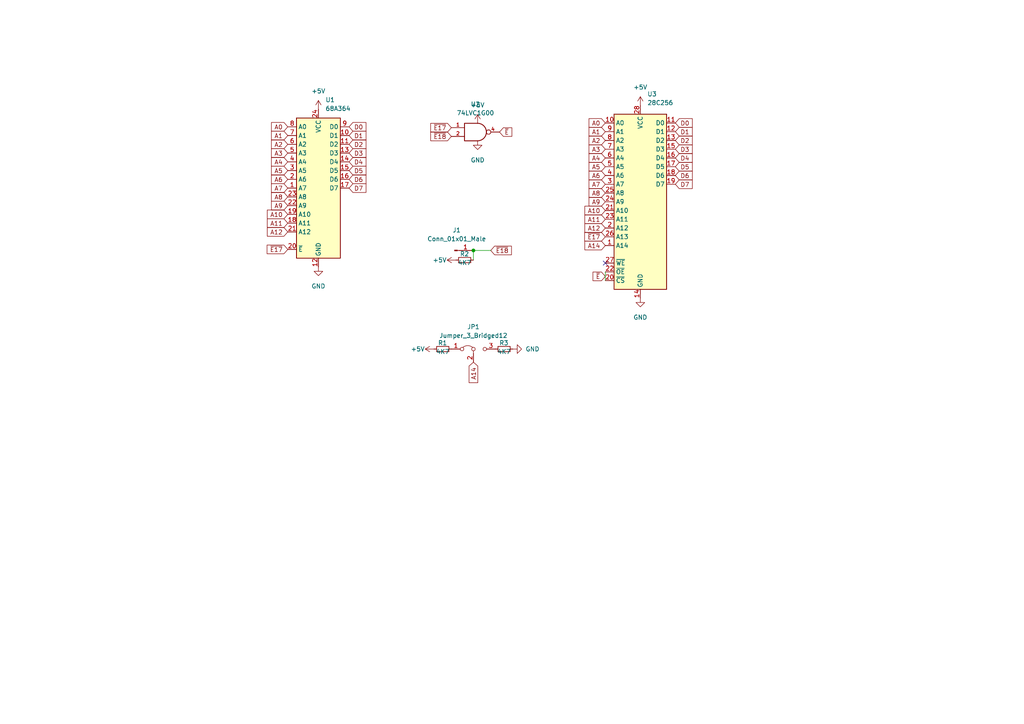
<source format=kicad_sch>
(kicad_sch (version 20211123) (generator eeschema)
  (paper "A4")
  (lib_symbols
    (symbol "74xGxx:74LVC1G00" (pin_names (offset 1.016))
      (property "Reference" "U" (at -2.54 3.81 0))
      (property "Value" "74LVC1G00" (at 0 -3.81 0))
      (symbol "74LVC1G00_0_1"
        (arc (start 0 -2.54) (mid 2.54 0) (end 0 2.54) (stroke (width 0.254)))
        (polyline (pts (xy 0 -2.54) (xy -3.81 -2.54) (xy -3.81 2.54) (xy 0 2.54)) (stroke (width 0.254)))
      )
      (symbol "74LVC1G00_1_1"
        (pin input line (at -7.62 1.27 0) (length 3.81) (name "~") (number "1"))
        (pin input line (at -7.62 -1.27 0) (length 3.81) (name "~") (number "2"))
        (pin power_in line (at 0 -2.54 270) (length 0) hide (name "GND") (number "3"))
        (pin output inverted (at 6.35 0 180) (length 3.81) (name "~") (number "4"))
        (pin power_in line (at 0 2.54 90) (length 0) hide (name "VCC") (number "5"))
      )
    )
    (symbol "Connector:Conn_01x01_Male" (pin_names (offset 1.016) hide)
      (property "Reference" "J" (at 0 2.54 0))
      (property "Value" "Conn_01x01_Male" (at 0 -2.54 0))
      (symbol "Conn_01x01_Male_1_1"
        (polyline (pts (xy 1.27 0) (xy 0.8636 0)) (stroke (width 0.1524)))
        (rectangle (start 0.8636 0.127) (end 0 -0.127) (stroke (width 0.1524)) (fill (type outline)))
        (pin passive line (at 5.08 0 180) (length 3.81) (name "Pin_1") (number "1"))
      )
    )
    (symbol "Device:R_Small" (pin_numbers hide) (pin_names (offset 0.254) hide)
      (property "Reference" "R" (at 0.762 0.508 0))
      (property "Value" "R_Small" (at 0.762 -1.016 0))
      (symbol "R_Small_0_1"
        (rectangle (start -0.762 1.778) (end 0.762 -1.778) (stroke (width 0.2032)))
      )
      (symbol "R_Small_1_1"
        (pin passive line (at 0 2.54 270) (length 0.762) (name "~") (number "1"))
        (pin passive line (at 0 -2.54 90) (length 0.762) (name "~") (number "2"))
      )
    )
    (symbol "Jumper:Jumper_3_Bridged12" (pin_names (offset 0) hide)
      (property "Reference" "JP" (at -2.54 -2.54 0))
      (property "Value" "Jumper_3_Bridged12" (at 0 2.794 0))
      (symbol "Jumper_3_Bridged12_0_0"
        (circle (center -3.302 0) (radius 0.508))
        (circle (center 0 0) (radius 0.508))
        (circle (center 3.302 0) (radius 0.508))
      )
      (symbol "Jumper_3_Bridged12_0_1"
        (arc (start -0.254 0.508) (mid -1.651 0.9912) (end -3.048 0.508))
        (polyline (pts (xy 0 -1.27) (xy 0 -0.508)))
      )
      (symbol "Jumper_3_Bridged12_1_1"
        (pin passive line (at -6.35 0 0) (length 2.54) (name "A") (number "1"))
        (pin input line (at 0 -3.81 90) (length 2.54) (name "C") (number "2"))
        (pin passive line (at 6.35 0 180) (length 2.54) (name "B") (number "3"))
      )
    )
    (symbol "Memory_Dragon:68A364"
      (property "Reference" "U" (at 0 1.27 0))
      (property "Value" "68A364" (at 0 -1.27 0))
      (symbol "68A364_0_1"
        (rectangle (start -6.35 20.32) (end 6.35 -20.32) (stroke (width 0.254)) (fill (type background)))
      )
      (symbol "68A364_1_1"
        (pin input line (at -8.89 0 0) (length 2.54) (name "A7") (number "1"))
        (pin tri_state line (at 8.89 15.24 180) (length 2.54) (name "D1") (number "10"))
        (pin tri_state line (at 8.89 12.7 180) (length 2.54) (name "D2") (number "11"))
        (pin power_in line (at 0 -22.86 90) (length 2.54) (name "GND") (number "12"))
        (pin tri_state line (at 8.89 10.16 180) (length 2.54) (name "D3") (number "13"))
        (pin tri_state line (at 8.89 7.62 180) (length 2.54) (name "D4") (number "14"))
        (pin tri_state line (at 8.89 5.08 180) (length 2.54) (name "D5") (number "15"))
        (pin tri_state line (at 8.89 2.54 180) (length 2.54) (name "D6") (number "16"))
        (pin tri_state line (at 8.89 0 180) (length 2.54) (name "D7") (number "17"))
        (pin input line (at -8.89 -10.16 0) (length 2.54) (name "A11") (number "18"))
        (pin input line (at -8.89 -7.62 0) (length 2.54) (name "A10") (number "19"))
        (pin input line (at -8.89 2.54 0) (length 2.54) (name "A6") (number "2"))
        (pin input line (at -8.89 -17.78 0) (length 2.54) (name "~{E}") (number "20"))
        (pin input line (at -8.89 -12.7 0) (length 2.54) (name "A12") (number "21"))
        (pin input line (at -8.89 -5.08 0) (length 2.54) (name "A9") (number "22"))
        (pin input line (at -8.89 -2.54 0) (length 2.54) (name "A8") (number "23"))
        (pin power_in line (at 0 22.86 270) (length 2.54) (name "VCC") (number "24"))
        (pin input line (at -8.89 5.08 0) (length 2.54) (name "A5") (number "3"))
        (pin input line (at -8.89 7.62 0) (length 2.54) (name "A4") (number "4"))
        (pin input line (at -8.89 10.16 0) (length 2.54) (name "A3") (number "5"))
        (pin input line (at -8.89 12.7 0) (length 2.54) (name "A2") (number "6"))
        (pin input line (at -8.89 15.24 0) (length 2.54) (name "A1") (number "7"))
        (pin input line (at -8.89 17.78 0) (length 2.54) (name "A0") (number "8"))
        (pin tri_state line (at 8.89 17.78 180) (length 2.54) (name "D0") (number "9"))
      )
    )
    (symbol "Memory_EEPROM:28C256"
      (property "Reference" "U" (at -7.62 26.67 0))
      (property "Value" "28C256" (at 2.54 -26.67 0))
      (symbol "28C256_1_1"
        (rectangle (start -7.62 25.4) (end 7.62 -25.4) (stroke (width 0.254)) (fill (type background)))
        (pin input line (at -10.16 -12.7 0) (length 2.54) (name "A14") (number "1"))
        (pin input line (at -10.16 22.86 0) (length 2.54) (name "A0") (number "10"))
        (pin tri_state line (at 10.16 22.86 180) (length 2.54) (name "D0") (number "11"))
        (pin tri_state line (at 10.16 20.32 180) (length 2.54) (name "D1") (number "12"))
        (pin tri_state line (at 10.16 17.78 180) (length 2.54) (name "D2") (number "13"))
        (pin power_in line (at 0 -27.94 90) (length 2.54) (name "GND") (number "14"))
        (pin tri_state line (at 10.16 15.24 180) (length 2.54) (name "D3") (number "15"))
        (pin tri_state line (at 10.16 12.7 180) (length 2.54) (name "D4") (number "16"))
        (pin tri_state line (at 10.16 10.16 180) (length 2.54) (name "D5") (number "17"))
        (pin tri_state line (at 10.16 7.62 180) (length 2.54) (name "D6") (number "18"))
        (pin tri_state line (at 10.16 5.08 180) (length 2.54) (name "D7") (number "19"))
        (pin input line (at -10.16 -7.62 0) (length 2.54) (name "A12") (number "2"))
        (pin input line (at -10.16 -22.86 0) (length 2.54) (name "~{CS}") (number "20"))
        (pin input line (at -10.16 -2.54 0) (length 2.54) (name "A10") (number "21"))
        (pin input line (at -10.16 -20.32 0) (length 2.54) (name "~{OE}") (number "22"))
        (pin input line (at -10.16 -5.08 0) (length 2.54) (name "A11") (number "23"))
        (pin input line (at -10.16 0 0) (length 2.54) (name "A9") (number "24"))
        (pin input line (at -10.16 2.54 0) (length 2.54) (name "A8") (number "25"))
        (pin input line (at -10.16 -10.16 0) (length 2.54) (name "A13") (number "26"))
        (pin input line (at -10.16 -17.78 0) (length 2.54) (name "~{WE}") (number "27"))
        (pin power_in line (at 0 27.94 270) (length 2.54) (name "VCC") (number "28"))
        (pin input line (at -10.16 5.08 0) (length 2.54) (name "A7") (number "3"))
        (pin input line (at -10.16 7.62 0) (length 2.54) (name "A6") (number "4"))
        (pin input line (at -10.16 10.16 0) (length 2.54) (name "A5") (number "5"))
        (pin input line (at -10.16 12.7 0) (length 2.54) (name "A4") (number "6"))
        (pin input line (at -10.16 15.24 0) (length 2.54) (name "A3") (number "7"))
        (pin input line (at -10.16 17.78 0) (length 2.54) (name "A2") (number "8"))
        (pin input line (at -10.16 20.32 0) (length 2.54) (name "A1") (number "9"))
      )
    )
    (symbol "power:+5V" (power) (pin_names (offset 0))
      (property "Value" "+5V" (at 0 3.556 0))
      (symbol "+5V_0_1"
        (polyline (pts (xy -0.762 1.27) (xy 0 2.54)))
        (polyline (pts (xy 0 0) (xy 0 2.54)))
        (polyline (pts (xy 0 2.54) (xy 0.762 1.27)))
      )
      (symbol "+5V_1_1"
        (pin power_in line (at 0 0 90) (length 0) hide (name "+5V") (number "1"))
      )
    )
    (symbol "power:GND" (power) (pin_names (offset 0))
      (property "Value" "GND" (at 0 -3.81 0))
      (symbol "GND_0_1"
        (polyline (pts (xy 0 0) (xy 0 -1.27) (xy 1.27 -1.27) (xy 0 -2.54) (xy -1.27 -1.27) (xy 0 -1.27)))
      )
      (symbol "GND_1_1"
        (pin power_in line (at 0 0 270) (length 0) hide (name "GND") (number "1"))
      )
    )
  )
  (junction (at 137.3124 72.644))
  (no_connect (at 175.5648 76.3016))
  (wire (pts (xy 136.906 72.644) (xy 137.3124 72.644)))
  (wire (pts (xy 175.5648 78.8416) (xy 175.5648 81.3816)))
  (wire (pts (xy 137.3124 75.438) (xy 137.3124 72.644)))
  (wire (pts (xy 137.3124 72.644) (xy 142.3416 72.644)))
  (global_label "D3" (shape input) (at 101.2444 44.3992 0) (property "Intersheet References" "${INTERSHEET_REFS}" (effects hide)))
  (global_label "A9" (shape input) (at 83.4644 59.6392 180) (property "Intersheet References" "${INTERSHEET_REFS}" (effects hide)))
  (global_label "A6" (shape input) (at 83.4644 52.0192 180) (property "Intersheet References" "${INTERSHEET_REFS}" (effects hide)))
  (global_label "A2" (shape input) (at 83.4644 41.8592 180) (property "Intersheet References" "${INTERSHEET_REFS}" (effects hide)))
  (global_label "D1" (shape input) (at 195.8848 38.2016 0) (property "Intersheet References" "${INTERSHEET_REFS}" (effects hide)))
  (global_label "A12" (shape input) (at 83.4644 67.2592 180) (property "Intersheet References" "${INTERSHEET_REFS}" (effects hide)))
  (global_label "A14" (shape input) (at 137.3124 105.0544 270) (property "Intersheet References" "${INTERSHEET_REFS}" (effects hide)))
  (global_label "A3" (shape input) (at 83.4644 44.3992 180) (property "Intersheet References" "${INTERSHEET_REFS}" (effects hide)))
  (global_label "D6" (shape input) (at 195.8848 50.9016 0) (property "Intersheet References" "${INTERSHEET_REFS}" (effects hide)))
  (global_label "D4" (shape input) (at 195.8848 45.8216 0) (property "Intersheet References" "${INTERSHEET_REFS}" (effects hide)))
  (global_label "~{E}" (shape input) (at 144.8816 38.3032 0) (property "Intersheet References" "${INTERSHEET_REFS}" (effects hide)))
  (global_label "A8" (shape input) (at 175.5648 55.9816 180) (property "Intersheet References" "${INTERSHEET_REFS}" (effects hide)))
  (global_label "D4" (shape input) (at 101.2444 46.9392 0) (property "Intersheet References" "${INTERSHEET_REFS}" (effects hide)))
  (global_label "A7" (shape input) (at 175.5648 53.4416 180) (property "Intersheet References" "${INTERSHEET_REFS}" (effects hide)))
  (global_label "A1" (shape input) (at 175.5648 38.2016 180) (property "Intersheet References" "${INTERSHEET_REFS}" (effects hide)))
  (global_label "D5" (shape input) (at 101.2444 49.4792 0) (property "Intersheet References" "${INTERSHEET_REFS}" (effects hide)))
  (global_label "A12" (shape input) (at 175.5648 66.1416 180) (property "Intersheet References" "${INTERSHEET_REFS}" (effects hide)))
  (global_label "~{E17}" (shape input) (at 83.4644 72.3392 180) (property "Intersheet References" "${INTERSHEET_REFS}" (effects hide)))
  (global_label "D2" (shape input) (at 195.8848 40.7416 0) (property "Intersheet References" "${INTERSHEET_REFS}" (effects hide)))
  (global_label "A11" (shape input) (at 175.5648 63.6016 180) (property "Intersheet References" "${INTERSHEET_REFS}" (effects hide)))
  (global_label "A5" (shape input) (at 83.4644 49.4792 180) (property "Intersheet References" "${INTERSHEET_REFS}" (effects hide)))
  (global_label "A7" (shape input) (at 83.4644 54.5592 180) (property "Intersheet References" "${INTERSHEET_REFS}" (effects hide)))
  (global_label "A0" (shape input) (at 83.4644 36.7792 180) (property "Intersheet References" "${INTERSHEET_REFS}" (effects hide)))
  (global_label "A2" (shape input) (at 175.5648 40.7416 180) (property "Intersheet References" "${INTERSHEET_REFS}" (effects hide)))
  (global_label "D7" (shape input) (at 195.8848 53.4416 0) (property "Intersheet References" "${INTERSHEET_REFS}" (effects hide)))
  (global_label "D1" (shape input) (at 101.2444 39.3192 0) (property "Intersheet References" "${INTERSHEET_REFS}" (effects hide)))
  (global_label "~{E18}" (shape input) (at 142.3416 72.644 0) (property "Intersheet References" "${INTERSHEET_REFS}" (effects hide)))
  (global_label "A6" (shape input) (at 175.5648 50.9016 180) (property "Intersheet References" "${INTERSHEET_REFS}" (effects hide)))
  (global_label "A10" (shape input) (at 83.4644 62.1792 180) (property "Intersheet References" "${INTERSHEET_REFS}" (effects hide)))
  (global_label "A8" (shape input) (at 83.4644 57.0992 180) (property "Intersheet References" "${INTERSHEET_REFS}" (effects hide)))
  (global_label "D5" (shape input) (at 195.8848 48.3616 0) (property "Intersheet References" "${INTERSHEET_REFS}" (effects hide)))
  (global_label "D0" (shape input) (at 195.8848 35.6616 0) (property "Intersheet References" "${INTERSHEET_REFS}" (effects hide)))
  (global_label "A9" (shape input) (at 175.5648 58.5216 180) (property "Intersheet References" "${INTERSHEET_REFS}" (effects hide)))
  (global_label "A5" (shape input) (at 175.5648 48.3616 180) (property "Intersheet References" "${INTERSHEET_REFS}" (effects hide)))
  (global_label "~{E17}" (shape input) (at 130.9116 37.0332 180) (property "Intersheet References" "${INTERSHEET_REFS}" (effects hide)))
  (global_label "A4" (shape input) (at 83.4644 46.9392 180) (property "Intersheet References" "${INTERSHEET_REFS}" (effects hide)))
  (global_label "D6" (shape input) (at 101.2444 52.0192 0) (property "Intersheet References" "${INTERSHEET_REFS}" (effects hide)))
  (global_label "A1" (shape input) (at 83.4644 39.3192 180) (property "Intersheet References" "${INTERSHEET_REFS}" (effects hide)))
  (global_label "A0" (shape input) (at 175.5648 35.6616 180) (property "Intersheet References" "${INTERSHEET_REFS}" (effects hide)))
  (global_label "D0" (shape input) (at 101.2444 36.7792 0) (property "Intersheet References" "${INTERSHEET_REFS}" (effects hide)))
  (global_label "A3" (shape input) (at 175.5648 43.2816 180) (property "Intersheet References" "${INTERSHEET_REFS}" (effects hide)))
  (global_label "~{E18}" (shape input) (at 130.9116 39.5732 180) (property "Intersheet References" "${INTERSHEET_REFS}" (effects hide)))
  (global_label "A11" (shape input) (at 83.4644 64.7192 180) (property "Intersheet References" "${INTERSHEET_REFS}" (effects hide)))
  (global_label "A4" (shape input) (at 175.5648 45.8216 180) (property "Intersheet References" "${INTERSHEET_REFS}" (effects hide)))
  (global_label "~{E17}" (shape input) (at 175.5648 68.6816 180) (property "Intersheet References" "${INTERSHEET_REFS}" (effects hide)))
  (global_label "D3" (shape input) (at 195.8848 43.2816 0) (property "Intersheet References" "${INTERSHEET_REFS}" (effects hide)))
  (global_label "D2" (shape input) (at 101.2444 41.8592 0) (property "Intersheet References" "${INTERSHEET_REFS}" (effects hide)))
  (global_label "A14" (shape input) (at 175.5648 71.2216 180) (property "Intersheet References" "${INTERSHEET_REFS}" (effects hide)))
  (global_label "~{E}" (shape input) (at 175.5648 80.1624 180) (property "Intersheet References" "${INTERSHEET_REFS}" (effects hide)))
  (global_label "A10" (shape input) (at 175.5648 61.0616 180) (property "Intersheet References" "${INTERSHEET_REFS}" (effects hide)))
  (global_label "D7" (shape input) (at 101.2444 54.5592 0) (property "Intersheet References" "${INTERSHEET_REFS}" (effects hide)))
  (symbol (lib_id "Memory_EEPROM:28C256") (at 185.7248 58.5216 0) (unit 1)
    (property "Reference" "U3" (at 187.7442 27.2796 0) (effects (justify left)))
    (property "Value" "28C256" (at 187.7442 29.8196 0) (effects (justify left)))
    (property "Footprint" "Package_DIP:DIP-28_W15.24mm" (effects hide))
    (property "Datasheet" "http://ww1.microchip.com/downloads/en/DeviceDoc/doc0006.pdf" (effects hide))
  )
  (symbol (lib_id "power:+5V") (at 125.8824 101.2444 90) (unit 1)
    (property "Reference" "#PWR0106" (effects hide))
    (property "Value" "+5V" (at 119.126 101.2444 90) (effects (justify right)))
  )
  (symbol (lib_id "power:GND") (at 92.3544 77.4192 0) (unit 1)
    (property "Reference" "#PWR02" (effects hide))
    (property "Value" "GND" (at 92.3544 83.0072 0))
  )
  (symbol (lib_id "74xGxx:74LVC1G00") (at 138.5316 38.3032 0) (unit 1)
    (property "Reference" "U2" (at 137.8966 30.226 0))
    (property "Value" "74LVC1G00" (at 137.8966 32.766 0))
    (property "Footprint" "Package_TO_SOT_SMD:SOT-353_SC-70-5_Handsoldering" (effects hide))
    (property "Datasheet" "http://www.ti.com/lit/sg/scyt129e/scyt129e.pdf" (effects hide))
  )
  (symbol (lib_id "power:+5V") (at 138.5316 35.7632 0) (unit 1)
    (property "Reference" "#PWR0103" (effects hide))
    (property "Value" "+5V" (at 138.5316 30.48 0))
  )
  (symbol (lib_id "power:+5V") (at 132.2324 75.438 90) (unit 1)
    (property "Reference" "#PWR03" (effects hide))
    (property "Value" "+5V" (at 125.476 75.438 90) (effects (justify right)))
  )
  (symbol (lib_id "power:+5V") (at 185.7248 30.5816 0) (unit 1)
    (property "Reference" "#PWR0102" (effects hide))
    (property "Value" "+5V" (at 185.7248 25.2984 0))
  )
  (symbol (lib_id "Memory_Dragon:68A364") (at 92.3544 54.5592 0) (unit 1)
    (property "Reference" "U1" (at 94.3738 28.956 0) (effects (justify left)))
    (property "Value" "68A364" (at 94.3738 31.496 0) (effects (justify left)))
    (property "Footprint" "Package_DIP:DIP-24_W15.24mm" (effects hide))
  )
  (symbol (lib_id "power:GND") (at 138.5316 40.8432 0) (unit 1)
    (property "Reference" "#PWR0104" (effects hide))
    (property "Value" "GND" (at 138.5316 46.4312 0))
  )
  (symbol (lib_id "Device:R_Small") (at 134.7724 75.438 270) (unit 1)
    (property "Reference" "R2" (at 134.7216 73.66 90))
    (property "Value" "4K7" (at 134.7724 76.2 90))
    (property "Footprint" "Resistor_SMD:R_0805_2012Metric_Pad1.20x1.40mm_HandSolder" (effects hide))
  )
  (symbol (lib_id "Jumper:Jumper_3_Bridged12") (at 137.3124 101.2444 0) (unit 1)
    (property "Reference" "JP1" (at 137.3124 94.7928 0))
    (property "Value" "Jumper_3_Bridged12" (at 137.3124 97.3328 0))
    (property "Footprint" "Connector_PinHeader_2.54mm:PinHeader_1x03_P2.54mm_Horizontal" (effects hide))
  )
  (symbol (lib_id "Device:R_Small") (at 128.4224 101.2444 270) (unit 1)
    (property "Reference" "R1" (at 128.3716 99.4664 90))
    (property "Value" "4K7" (at 128.4224 102.0064 90))
    (property "Footprint" "Resistor_SMD:R_0805_2012Metric_Pad1.20x1.40mm_HandSolder" (effects hide))
  )
  (symbol (lib_id "Connector:Conn_01x01_Male") (at 131.826 72.644 0) (unit 1)
    (property "Reference" "J1" (at 132.461 66.7512 0))
    (property "Value" "Conn_01x01_Male" (at 132.461 69.2912 0))
    (property "Footprint" "Connector_PinHeader_2.54mm:PinHeader_1x01_P2.54mm_Vertical" (effects hide))
  )
  (symbol (lib_id "power:GND") (at 148.7424 101.2444 90) (unit 1)
    (property "Reference" "#PWR0105" (effects hide))
    (property "Value" "GND" (at 152.4 101.2443 90) (effects (justify right)))
  )
  (symbol (lib_id "power:+5V") (at 92.3544 31.6992 0) (unit 1)
    (property "Reference" "#PWR01" (effects hide))
    (property "Value" "+5V" (at 92.3544 26.416 0))
  )
  (symbol (lib_id "power:GND") (at 185.7248 86.4616 0) (unit 1)
    (property "Reference" "#PWR0101" (effects hide))
    (property "Value" "GND" (at 185.7248 92.0496 0))
  )
  (symbol (lib_id "Device:R_Small") (at 146.2024 101.2444 270) (unit 1)
    (property "Reference" "R3" (at 146.1516 99.4664 90))
    (property "Value" "4K7" (at 146.2024 102.0064 90))
    (property "Footprint" "Resistor_SMD:R_0805_2012Metric_Pad1.20x1.40mm_HandSolder" (effects hide))
  )
)
</source>
